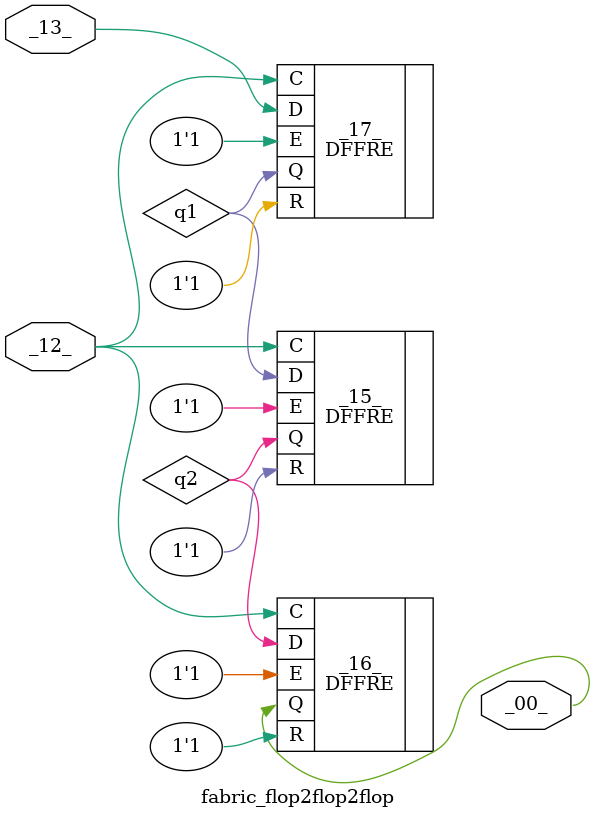
<source format=v>
/* Generated by Yosys 0.18+10 (git sha1 8ecc445e4, gcc 11.4.0-1ubuntu1~22.04 -fPIC -Os) */

module fabric_flop2flop2flop(_12_, _13_, _00_);
  output _00_;
  input _12_;
  input _13_;
  wire _00_;
  (* src = "/home/cschai/github/yosys_verific_rs/yosys/install/bin/../share/yosys/rapidsilicon/genesis3/io_cell_final_map.v:10.12-10.13" *)
  wire _01_;
  (* src = "/home/cschai/github/yosys_verific_rs/yosys/install/bin/../share/yosys/rapidsilicon/genesis3/io_cell_final_map.v:11.12-11.13" *)
  wire _02_;
  (* src = "/home/cschai/github/yosys_verific_rs/yosys/install/bin/../share/yosys/rapidsilicon/genesis3/io_cell_final_map.v:38.16-38.17" *)
  wire _03_;
  (* src = "/home/cschai/github/yosys_verific_rs/yosys/install/bin/../share/yosys/rapidsilicon/genesis3/io_cell_final_map.v:37.16-37.17" *)
  wire _04_;
  (* src = "/home/cschai/github/yosys_verific_rs/yosys/install/bin/../share/yosys/rapidsilicon/genesis3/io_cell_final_map.v:39.16-39.17" *)
  wire _05_;
  (* src = "/home/cschai/github/yosys_verific_rs/yosys/install/bin/../share/yosys/rapidsilicon/genesis3/io_cell_final_map.v:25.16-25.18" *)
  wire _06_;
  (* src = "/home/cschai/github/yosys_verific_rs/yosys/install/bin/../share/yosys/rapidsilicon/genesis3/io_cell_final_map.v:24.16-24.17" *)
  wire _07_;
  (* src = "/home/cschai/github/yosys_verific_rs/yosys/install/bin/../share/yosys/rapidsilicon/genesis3/io_cell_final_map.v:26.16-26.17" *)
  wire _08_;
  (* src = "/home/cschai/github/yosys_verific_rs/yosys/install/bin/../share/yosys/rapidsilicon/genesis3/io_cell_final_map.v:25.16-25.18" *)
  wire _09_;
  (* src = "/home/cschai/github/yosys_verific_rs/yosys/install/bin/../share/yosys/rapidsilicon/genesis3/io_cell_final_map.v:24.16-24.17" *)
  wire _10_;
  (* src = "/home/cschai/github/yosys_verific_rs/yosys/install/bin/../share/yosys/rapidsilicon/genesis3/io_cell_final_map.v:26.16-26.17" *)
  wire _11_;
  wire _12_;
  wire _13_;
  wire _14_;
  (* keep = 32'h00000001 *)
  (* src = "flop2flop2flop.v:17.5-17.7" *)
  wire q1;
  (* keep = 32'h00000001 *)
  (* src = "flop2flop2flop.v:18.8-18.10" *)
  wire q2;
  (* module_not_derived = 32'h00000001 *)
  (* src = "/home/cschai/github/yosys_verific_rs/yosys/install/bin/../share/yosys/rapidsilicon/genesis3/ffs_map.v:10.11-10.70" *)
  DFFRE _15_ (
    .C(_12_),
    .D(q1),
    .E(1'h1),
    .Q(q2),
    .R(1'h1)
  );
  (* module_not_derived = 32'h00000001 *)
  (* src = "/home/cschai/github/yosys_verific_rs/yosys/install/bin/../share/yosys/rapidsilicon/genesis3/ffs_map.v:10.11-10.70" *)
  DFFRE _16_ (
    .C(_12_),
    .D(q2),
    .E(1'h1),
    .Q(_00_),
    .R(1'h1)
  );
  (* module_not_derived = 32'h00000001 *)
  (* src = "/home/cschai/github/yosys_verific_rs/yosys/install/bin/../share/yosys/rapidsilicon/genesis3/ffs_map.v:10.11-10.70" *)
  DFFRE _17_ (
    .C(_12_),
    .D(_13_),
    .E(1'h1),
    .Q(q1),
    .R(1'h1)
  );
endmodule

</source>
